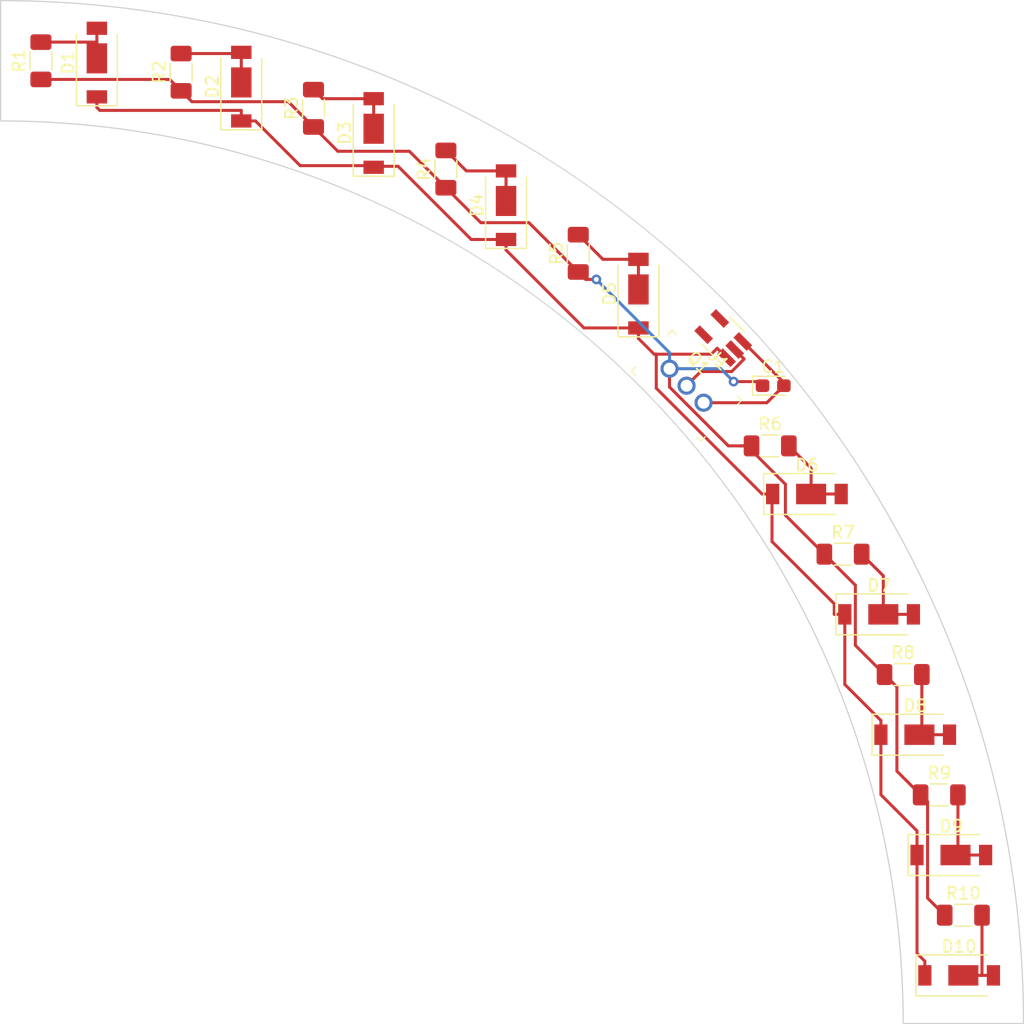
<source format=kicad_pcb>
(kicad_pcb (version 20221018) (generator pcbnew)
  (layers (0 "F.Cu" signal) (31 "B.Cu" signal) (34 "B.Paste" user) (35 "F.Paste" user) (36 "B.SilkS" user "B.Silkscreen") (37 "F.SilkS" user "F.Silkscreen") (38 "B.Mask" user) (39 "F.Mask" user) (44 "Edge.Cuts" user))
  (net 0 "")
  (net 1 "Net-(D1-K)")
  (net 2 "Net-(D1-A)")
  (net 3 "Net-(D2-A)")
  (net 4 "Net-(D3-A)")
  (net 5 "Net-(D4-A)")
  (net 6 "Net-(D5-A)")
  (net 7 "Net-(D6-A)")
  (net 8 "Net-(D7-A)")
  (net 9 "Net-(D8-A)")
  (net 10 "Net-(D9-A)")
  (net 11 "Net-(D10-A)")
  (net 12 "VCC")
  (net 13 "Net-(Q1-B)")
  (net 14 "GND")
  (footprint "Resistor_SMD:R_1206_3216Metric_Pad1.30x1.75mm_HandSolder" (layer "F.Cu") (at 115 45.95 90)
    (fp_text reference "R2" (at 0 -1.82 90) (layer "F.SilkS"))
    (fp_text value "R")
    (fp_line (start -0.727064 -0.91) (end 0.727064 -0.91) (stroke (width 0.12)) (layer "F.SilkS"))
    (fp_line (start -0.727064 0.91) (end 0.727064 0.91) (stroke (width 0.12)) (layer "F.SilkS"))
    (pad "1" smd roundrect (at -1.55 0 90) (size 1.3 1.75) (layers "F.Cu" "F.Paste" "F.Mask") (roundrect_rratio 0.192308) (net 12 "VCC"))
    (pad "2" smd roundrect (at 1.55 0 90) (size 1.3 1.75) (layers "F.Cu" "F.Paste" "F.Mask") (roundrect_rratio 0.192308) (net 3 "Net-(D2-A)"))
  )
  (footprint "Resistor_SMD:R_1206_3216Metric_Pad1.30x1.75mm_HandSolder" (layer "F.Cu") (at 175 96)
    (fp_text reference "R8" (at 0 -1.82) (layer "F.SilkS"))
    (fp_text value "R")
    (fp_line (start -0.727064 -0.91) (end 0.727064 -0.91) (stroke (width 0.12)) (layer "F.SilkS"))
    (fp_line (start -0.727064 0.91) (end 0.727064 0.91) (stroke (width 0.12)) (layer "F.SilkS"))
    (pad "1" smd roundrect (at -1.55 0) (size 1.3 1.75) (layers "F.Cu" "F.Paste" "F.Mask") (roundrect_rratio 0.192308) (net 12 "VCC"))
    (pad "2" smd roundrect (at 1.55 0) (size 1.3 1.75) (layers "F.Cu" "F.Paste" "F.Mask") (roundrect_rratio 0.192308) (net 9 "Net-(D8-A)"))
  )
  (footprint "SMD_LED:LED_Yuji_5730_proper" (layer "F.Cu") (at 167 81)
    (fp_text reference "D6" (at 0 -2.4) (layer "F.SilkS"))
    (fp_text value "LED")
    (fp_line (start -3.59 -1.7) (end 2.35 -1.7) (stroke (width 0.12)) (layer "F.SilkS"))
    (fp_line (start -3.59 1.7) (end -3.59 -1.7) (stroke (width 0.12)) (layer "F.SilkS"))
    (fp_line (start 2.35 1.7) (end -3.59 1.7) (stroke (width 0.12)) (layer "F.SilkS"))
    (pad "1" smd rect (at -2.85 0) (size 1.1 1.7) (layers "F.Cu" "F.Paste" "F.Mask") (net 1 "Net-(D1-K)"))
    (pad "2" smd rect (at 0.35 0) (size 2.5 1.7) (layers "F.Cu" "F.Paste" "F.Mask") (net 7 "Net-(D6-A)"))
    (pad "2" smd rect (at 2.85 0) (size 1.1 1.7) (layers "F.Cu" "F.Paste" "F.Mask") (net 7 "Net-(D6-A)"))
  )
  (footprint "SMD_LED:LED_Yuji_5730_proper" (layer "F.Cu") (at 142 57 90)
    (fp_text reference "D4" (at 0 -2.4 90) (layer "F.SilkS"))
    (fp_text value "LED")
    (fp_line (start -3.59 -1.7) (end 2.35 -1.7) (stroke (width 0.12)) (layer "F.SilkS"))
    (fp_line (start -3.59 1.7) (end -3.59 -1.7) (stroke (width 0.12)) (layer "F.SilkS"))
    (fp_line (start 2.35 1.7) (end -3.59 1.7) (stroke (width 0.12)) (layer "F.SilkS"))
    (pad "1" smd rect (at -2.85 0 90) (size 1.1 1.7) (layers "F.Cu" "F.Paste" "F.Mask") (net 1 "Net-(D1-K)"))
    (pad "2" smd rect (at 0.35 0 90) (size 2.5 1.7) (layers "F.Cu" "F.Paste" "F.Mask") (net 5 "Net-(D4-A)"))
    (pad "2" smd rect (at 2.85 0 90) (size 1.1 1.7) (layers "F.Cu" "F.Paste" "F.Mask") (net 5 "Net-(D4-A)"))
  )
  (footprint "SMD_LED:LED_Yuji_5730_proper" (layer "F.Cu") (at 131 51 90)
    (fp_text reference "D3" (at 0 -2.4 90) (layer "F.SilkS"))
    (fp_text value "LED")
    (fp_line (start -3.59 -1.7) (end 2.35 -1.7) (stroke (width 0.12)) (layer "F.SilkS"))
    (fp_line (start -3.59 1.7) (end -3.59 -1.7) (stroke (width 0.12)) (layer "F.SilkS"))
    (fp_line (start 2.35 1.7) (end -3.59 1.7) (stroke (width 0.12)) (layer "F.SilkS"))
    (pad "1" smd rect (at -2.85 0 90) (size 1.1 1.7) (layers "F.Cu" "F.Paste" "F.Mask") (net 1 "Net-(D1-K)"))
    (pad "2" smd rect (at 0.35 0 90) (size 2.5 1.7) (layers "F.Cu" "F.Paste" "F.Mask") (net 4 "Net-(D3-A)"))
    (pad "2" smd rect (at 2.85 0 90) (size 1.1 1.7) (layers "F.Cu" "F.Paste" "F.Mask") (net 4 "Net-(D3-A)"))
  )
  (footprint "SMD_LED:LED_Yuji_5730_proper" (layer "F.Cu") (at 176 101)
    (fp_text reference "D8" (at 0 -2.4) (layer "F.SilkS"))
    (fp_text value "LED")
    (fp_line (start -3.59 -1.7) (end 2.35 -1.7) (stroke (width 0.12)) (layer "F.SilkS"))
    (fp_line (start -3.59 1.7) (end -3.59 -1.7) (stroke (width 0.12)) (layer "F.SilkS"))
    (fp_line (start 2.35 1.7) (end -3.59 1.7) (stroke (width 0.12)) (layer "F.SilkS"))
    (pad "1" smd rect (at -2.85 0) (size 1.1 1.7) (layers "F.Cu" "F.Paste" "F.Mask") (net 1 "Net-(D1-K)"))
    (pad "2" smd rect (at 0.35 0) (size 2.5 1.7) (layers "F.Cu" "F.Paste" "F.Mask") (net 9 "Net-(D8-A)"))
    (pad "2" smd rect (at 2.85 0) (size 1.1 1.7) (layers "F.Cu" "F.Paste" "F.Mask") (net 9 "Net-(D8-A)"))
  )
  (footprint "Resistor_SMD:R_1206_3216Metric_Pad1.30x1.75mm_HandSolder" (layer "F.Cu") (at 180 116)
    (fp_text reference "R10" (at 0 -1.82) (layer "F.SilkS"))
    (fp_text value "R")
    (fp_line (start -0.727064 -0.91) (end 0.727064 -0.91) (stroke (width 0.12)) (layer "F.SilkS"))
    (fp_line (start -0.727064 0.91) (end 0.727064 0.91) (stroke (width 0.12)) (layer "F.SilkS"))
    (pad "1" smd roundrect (at -1.55 0) (size 1.3 1.75) (layers "F.Cu" "F.Paste" "F.Mask") (roundrect_rratio 0.192308) (net 12 "VCC"))
    (pad "2" smd roundrect (at 1.55 0) (size 1.3 1.75) (layers "F.Cu" "F.Paste" "F.Mask") (roundrect_rratio 0.192308) (net 11 "Net-(D10-A)"))
  )
  (footprint "digikey-footprints:PinHeader_1x3_P2mm_Drill1mm" (layer "F.Cu") (at 155.5858 70.5858 -45)
    (fp_text reference "J1" (at 2.4 -3.4 135) (layer "F.SilkS"))
    (fp_text value "B3B-PH-K-S_LF__SN_")
    (fp_line (start -2.1 -2.4) (end -2.1 -1.9) (stroke (width 0.1)) (layer "F.SilkS"))
    (fp_line (start -2.1 -2.4) (end -1.6 -2.4) (stroke (width 0.1)) (layer "F.SilkS"))
    (fp_line (start -2.1 2.4) (end -2.1 1.9) (stroke (width 0.1)) (layer "F.SilkS"))
    (fp_line (start -2.1 2.4) (end -1.6 2.4) (stroke (width 0.1)) (layer "F.SilkS"))
    (fp_line (start 6.1 -2.4) (end 5.6 -2.4) (stroke (width 0.1)) (layer "F.SilkS"))
    (fp_line (start 6.1 -2.4) (end 6.1 -1.9) (stroke (width 0.1)) (layer "F.SilkS"))
    (fp_line (start 6.1 2.4) (end 5.6 2.4) (stroke (width 0.1)) (layer "F.SilkS"))
    (fp_line (start 6.1 2.4) (end 6.1 1.9) (stroke (width 0.1)) (layer "F.SilkS"))
    (pad "1" thru_hole circle (at 0 0 315) (size 1.5 1.5) (drill 1) (layers "*.Cu" "*.Mask") (net 12 "VCC"))
    (pad "2" thru_hole circle (at 2 0 315) (size 1.5 1.5) (drill 1) (layers "*.Cu" "*.Mask") (net 13 "Net-(Q1-B)"))
    (pad "3" thru_hole circle (at 4 0 315) (size 1.5 1.5) (drill 1) (layers "*.Cu" "*.Mask") (net 14 "GND"))
  )
  (footprint "SMD_LED:LED_Yuji_5730_proper" (layer "F.Cu") (at 173 91)
    (fp_text reference "D7" (at 0 -2.4) (layer "F.SilkS"))
    (fp_text value "LED")
    (fp_line (start -3.59 -1.7) (end 2.35 -1.7) (stroke (width 0.12)) (layer "F.SilkS"))
    (fp_line (start -3.59 1.7) (end -3.59 -1.7) (stroke (width 0.12)) (layer "F.SilkS"))
    (fp_line (start 2.35 1.7) (end -3.59 1.7) (stroke (width 0.12)) (layer "F.SilkS"))
    (pad "1" smd rect (at -2.85 0) (size 1.1 1.7) (layers "F.Cu" "F.Paste" "F.Mask") (net 1 "Net-(D1-K)"))
    (pad "2" smd rect (at 0.35 0) (size 2.5 1.7) (layers "F.Cu" "F.Paste" "F.Mask") (net 8 "Net-(D7-A)"))
    (pad "2" smd rect (at 2.85 0) (size 1.1 1.7) (layers "F.Cu" "F.Paste" "F.Mask") (net 8 "Net-(D7-A)"))
  )
  (footprint "Resistor_SMD:R_1206_3216Metric_Pad1.30x1.75mm_HandSolder" (layer "F.Cu") (at 170 86)
    (fp_text reference "R7" (at 0 -1.82) (layer "F.SilkS"))
    (fp_text value "R")
    (fp_line (start -0.727064 -0.91) (end 0.727064 -0.91) (stroke (width 0.12)) (layer "F.SilkS"))
    (fp_line (start -0.727064 0.91) (end 0.727064 0.91) (stroke (width 0.12)) (layer "F.SilkS"))
    (pad "1" smd roundrect (at -1.55 0) (size 1.3 1.75) (layers "F.Cu" "F.Paste" "F.Mask") (roundrect_rratio 0.192308) (net 12 "VCC"))
    (pad "2" smd roundrect (at 1.55 0) (size 1.3 1.75) (layers "F.Cu" "F.Paste" "F.Mask") (roundrect_rratio 0.192308) (net 8 "Net-(D7-A)"))
  )
  (footprint "Package_TO_SOT_SMD:SOT-23-5_HandSoldering" (layer "F.Cu") (at 160.0454 68.0454 135)
    (fp_text reference "Q1" (at 0 -2.9 135) (layer "F.SilkS"))
    (fp_text value "NPN")
    (fp_line (start -0.9 1.61) (end 0.9 1.61) (stroke (width 0.12)) (layer "F.SilkS"))
    (fp_line (start 0.9 -1.61) (end -1.55 -1.61) (stroke (width 0.12)) (layer "F.SilkS"))
    (pad "1" smd rect (at -1.35 -0.95 135) (size 1.56 0.65) (layers "F.Cu" "F.Paste" "F.Mask") (net 1 "Net-(D1-K)"))
    (pad "2" smd rect (at -1.35 0 135) (size 1.56 0.65) (layers "F.Cu" "F.Paste" "F.Mask") (net 13 "Net-(Q1-B)"))
    (pad "3" smd rect (at -1.35 0.95 135) (size 1.56 0.65) (layers "F.Cu" "F.Paste" "F.Mask") (net 14 "GND"))
    (pad "4" smd rect (at 1.35 0.95 135) (size 1.56 0.65) (layers "F.Cu" "F.Paste" "F.Mask"))
    (pad "5" smd rect (at 1.35 -0.95 135) (size 1.56 0.65) (layers "F.Cu" "F.Paste" "F.Mask"))
  )
  (footprint "SMD_LED:LED_Yuji_5730_proper" (layer "F.Cu") (at 179 111)
    (fp_text reference "D9" (at 0 -2.4) (layer "F.SilkS"))
    (fp_text value "LED")
    (fp_line (start -3.59 -1.7) (end 2.35 -1.7) (stroke (width 0.12)) (layer "F.SilkS"))
    (fp_line (start -3.59 1.7) (end -3.59 -1.7) (stroke (width 0.12)) (layer "F.SilkS"))
    (fp_line (start 2.35 1.7) (end -3.59 1.7) (stroke (width 0.12)) (layer "F.SilkS"))
    (pad "1" smd rect (at -2.85 0) (size 1.1 1.7) (layers "F.Cu" "F.Paste" "F.Mask") (net 1 "Net-(D1-K)"))
    (pad "2" smd rect (at 0.35 0) (size 2.5 1.7) (layers "F.Cu" "F.Paste" "F.Mask") (net 10 "Net-(D9-A)"))
    (pad "2" smd rect (at 2.85 0) (size 1.1 1.7) (layers "F.Cu" "F.Paste" "F.Mask") (net 10 "Net-(D9-A)"))
  )
  (footprint "Resistor_SMD:R_1206_3216Metric_Pad1.30x1.75mm_HandSolder" (layer "F.Cu") (at 178 106)
    (fp_text reference "R9" (at 0 -1.82) (layer "F.SilkS"))
    (fp_text value "R")
    (fp_line (start -0.727064 -0.91) (end 0.727064 -0.91) (stroke (width 0.12)) (layer "F.SilkS"))
    (fp_line (start -0.727064 0.91) (end 0.727064 0.91) (stroke (width 0.12)) (layer "F.SilkS"))
    (pad "1" smd roundrect (at -1.55 0) (size 1.3 1.75) (layers "F.Cu" "F.Paste" "F.Mask") (roundrect_rratio 0.192308) (net 12 "VCC"))
    (pad "2" smd roundrect (at 1.55 0) (size 1.3 1.75) (layers "F.Cu" "F.Paste" "F.Mask") (roundrect_rratio 0.192308) (net 10 "Net-(D9-A)"))
  )
  (footprint "SMD_LED:LED_Yuji_5730_proper" (layer "F.Cu") (at 108 45.15 90)
    (fp_text reference "D1" (at 0 -2.4 90) (layer "F.SilkS"))
    (fp_text value "LED")
    (fp_line (start -3.59 -1.7) (end 2.35 -1.7) (stroke (width 0.12)) (layer "F.SilkS"))
    (fp_line (start -3.59 1.7) (end -3.59 -1.7) (stroke (width 0.12)) (layer "F.SilkS"))
    (fp_line (start 2.35 1.7) (end -3.59 1.7) (stroke (width 0.12)) (layer "F.SilkS"))
    (pad "1" smd rect (at -2.85 0 90) (size 1.1 1.7) (layers "F.Cu" "F.Paste" "F.Mask") (net 1 "Net-(D1-K)"))
    (pad "2" smd rect (at 0.35 0 90) (size 2.5 1.7) (layers "F.Cu" "F.Paste" "F.Mask") (net 2 "Net-(D1-A)"))
    (pad "2" smd rect (at 2.85 0 90) (size 1.1 1.7) (layers "F.Cu" "F.Paste" "F.Mask") (net 2 "Net-(D1-A)"))
  )
  (footprint "SMD_LED:LED_Yuji_5730_proper" (layer "F.Cu") (at 120 47.15 90)
    (fp_text reference "D2" (at 0 -2.4 90) (layer "F.SilkS"))
    (fp_text value "LED")
    (fp_line (start -3.59 -1.7) (end 2.35 -1.7) (stroke (width 0.12)) (layer "F.SilkS"))
    (fp_line (start -3.59 1.7) (end -3.59 -1.7) (stroke (width 0.12)) (layer "F.SilkS"))
    (fp_line (start 2.35 1.7) (end -3.59 1.7) (stroke (width 0.12)) (layer "F.SilkS"))
    (pad "1" smd rect (at -2.85 0 90) (size 1.1 1.7) (layers "F.Cu" "F.Paste" "F.Mask") (net 1 "Net-(D1-K)"))
    (pad "2" smd rect (at 0.35 0 90) (size 2.5 1.7) (layers "F.Cu" "F.Paste" "F.Mask") (net 3 "Net-(D2-A)"))
    (pad "2" smd rect (at 2.85 0 90) (size 1.1 1.7) (layers "F.Cu" "F.Paste" "F.Mask") (net 3 "Net-(D2-A)"))
  )
  (footprint "Resistor_SMD:R_1206_3216Metric_Pad1.30x1.75mm_HandSolder" (layer "F.Cu") (at 148 61 90)
    (fp_text reference "R5" (at 0 -1.82 90) (layer "F.SilkS"))
    (fp_text value "R")
    (fp_line (start -0.727064 -0.91) (end 0.727064 -0.91) (stroke (width 0.12)) (layer "F.SilkS"))
    (fp_line (start -0.727064 0.91) (end 0.727064 0.91) (stroke (width 0.12)) (layer "F.SilkS"))
    (pad "1" smd roundrect (at -1.55 0 90) (size 1.3 1.75) (layers "F.Cu" "F.Paste" "F.Mask") (roundrect_rratio 0.192308) (net 12 "VCC"))
    (pad "2" smd roundrect (at 1.55 0 90) (size 1.3 1.75) (layers "F.Cu" "F.Paste" "F.Mask") (roundrect_rratio 0.192308) (net 6 "Net-(D5-A)"))
  )
  (footprint "SMD_LED:LED_Yuji_5730_proper" (layer "F.Cu") (at 153 64.35 90)
    (fp_text reference "D5" (at 0 -2.4 90) (layer "F.SilkS"))
    (fp_text value "LED")
    (fp_line (start -3.59 -1.7) (end 2.35 -1.7) (stroke (width 0.12)) (layer "F.SilkS"))
    (fp_line (start -3.59 1.7) (end -3.59 -1.7) (stroke (width 0.12)) (layer "F.SilkS"))
    (fp_line (start 2.35 1.7) (end -3.59 1.7) (stroke (width 0.12)) (layer "F.SilkS"))
    (pad "1" smd rect (at -2.85 0 90) (size 1.1 1.7) (layers "F.Cu" "F.Paste" "F.Mask") (net 1 "Net-(D1-K)"))
    (pad "2" smd rect (at 0.35 0 90) (size 2.5 1.7) (layers "F.Cu" "F.Paste" "F.Mask") (net 6 "Net-(D5-A)"))
    (pad "2" smd rect (at 2.85 0 90) (size 1.1 1.7) (layers "F.Cu" "F.Paste" "F.Mask") (net 6 "Net-(D5-A)"))
  )
  (footprint "Resistor_SMD:R_1206_3216Metric_Pad1.30x1.75mm_HandSolder" (layer "F.Cu") (at 163.95 77)
    (fp_text reference "R6" (at 0 -1.82) (layer "F.SilkS"))
    (fp_text value "R")
    (fp_line (start -0.727064 -0.91) (end 0.727064 -0.91) (stroke (width 0.12)) (layer "F.SilkS"))
    (fp_line (start -0.727064 0.91) (end 0.727064 0.91) (stroke (width 0.12)) (layer "F.SilkS"))
    (pad "1" smd roundrect (at -1.55 0) (size 1.3 1.75) (layers "F.Cu" "F.Paste" "F.Mask") (roundrect_rratio 0.192308) (net 12 "VCC"))
    (pad "2" smd roundrect (at 1.55 0) (size 1.3 1.75) (layers "F.Cu" "F.Paste" "F.Mask") (roundrect_rratio 0.192308) (net 7 "Net-(D6-A)"))
  )
  (footprint "SMD_LED:LED_Yuji_5730_proper" (layer "F.Cu") (at 179.65 121)
    (fp_text reference "D10" (at 0 -2.4) (layer "F.SilkS"))
    (fp_text value "LED")
    (fp_line (start -3.59 -1.7) (end 2.35 -1.7) (stroke (width 0.12)) (layer "F.SilkS"))
    (fp_line (start -3.59 1.7) (end -3.59 -1.7) (stroke (width 0.12)) (layer "F.SilkS"))
    (fp_line (start 2.35 1.7) (end -3.59 1.7) (stroke (width 0.12)) (layer "F.SilkS"))
    (pad "1" smd rect (at -2.85 0) (size 1.1 1.7) (layers "F.Cu" "F.Paste" "F.Mask") (net 1 "Net-(D1-K)"))
    (pad "2" smd rect (at 0.35 0) (size 2.5 1.7) (layers "F.Cu" "F.Paste" "F.Mask") (net 11 "Net-(D10-A)"))
    (pad "2" smd rect (at 2.85 0) (size 1.1 1.7) (layers "F.Cu" "F.Paste" "F.Mask") (net 11 "Net-(D10-A)"))
  )
  (footprint "Resistor_SMD:R_1206_3216Metric_Pad1.30x1.75mm_HandSolder" (layer "F.Cu") (at 137 54 90)
    (fp_text reference "R4" (at 0 -1.82 90) (layer "F.SilkS"))
    (fp_text value "R")
    (fp_line (start -0.727064 -0.91) (end 0.727064 -0.91) (stroke (width 0.12)) (layer "F.SilkS"))
    (fp_line (start -0.727064 0.91) (end 0.727064 0.91) (stroke (width 0.12)) (layer "F.SilkS"))
    (pad "1" smd roundrect (at -1.55 0 90) (size 1.3 1.75) (layers "F.Cu" "F.Paste" "F.Mask") (roundrect_rratio 0.192308) (net 12 "VCC"))
    (pad "2" smd roundrect (at 1.55 0 90) (size 1.3 1.75) (layers "F.Cu" "F.Paste" "F.Mask") (roundrect_rratio 0.192308) (net 5 "Net-(D4-A)"))
  )
  (footprint "Resistor_SMD:R_1206_3216Metric_Pad1.30x1.75mm_HandSolder" (layer "F.Cu") (at 103.35 45 90)
    (fp_text reference "R1" (at 0 -1.82 90) (layer "F.SilkS"))
    (fp_text value "R")
    (fp_line (start -0.727064 -0.91) (end 0.727064 -0.91) (stroke (width 0.12)) (layer "F.SilkS"))
    (fp_line (start -0.727064 0.91) (end 0.727064 0.91) (stroke (width 0.12)) (layer "F.SilkS"))
    (pad "1" smd roundrect (at -1.55 0 90) (size 1.3 1.75) (layers "F.Cu" "F.Paste" "F.Mask") (roundrect_rratio 0.192308) (net 12 "VCC"))
    (pad "2" smd roundrect (at 1.55 0 90) (size 1.3 1.75) (layers "F.Cu" "F.Paste" "F.Mask") (roundrect_rratio 0.192308) (net 2 "Net-(D1-A)"))
  )
  (footprint "Capacitor_Tantalum_SMD:CP_EIA-2012-15_AVX-P" (layer "F.Cu") (at 164.2 72)
    (fp_text reference "C1" (at 0 -1.58) (layer "F.SilkS"))
    (fp_text value "C_Polarized")
    (fp_line (start -1.71 -0.785) (end -1.71 0.785) (stroke (width 0.12)) (layer "F.SilkS"))
    (fp_line (start -1.71 0.785) (end 1 0.785) (stroke (width 0.12)) (layer "F.SilkS"))
    (fp_line (start 1 -0.785) (end -1.71 -0.785) (stroke (width 0.12)) (layer "F.SilkS"))
    (pad "1" smd roundrect (at -0.8875 0) (size 1.125 1.05) (layers "F.Cu" "F.Paste" "F.Mask") (roundrect_rratio 0.238095) (net 12 "VCC"))
    (pad "2" smd roundrect (at 0.8875 0) (size 1.125 1.05) (layers "F.Cu" "F.Paste" "F.Mask") (roundrect_rratio 0.238095) (net 14 "GND"))
  )
  (footprint "Resistor_SMD:R_1206_3216Metric_Pad1.30x1.75mm_HandSolder" (layer "F.Cu") (at 126 48.95 90)
    (fp_text reference "R3" (at 0 -1.82 90) (layer "F.SilkS"))
    (fp_text value "R")
    (fp_line (start -0.727064 -0.91) (end 0.727064 -0.91) (stroke (width 0.12)) (layer "F.SilkS"))
    (fp_line (start -0.727064 0.91) (end 0.727064 0.91) (stroke (width 0.12)) (layer "F.SilkS"))
    (pad "1" smd roundrect (at -1.55 0 90) (size 1.3 1.75) (layers "F.Cu" "F.Paste" "F.Mask") (roundrect_rratio 0.192308) (net 12 "VCC"))
    (pad "2" smd roundrect (at 1.55 0 90) (size 1.3 1.75) (layers "F.Cu" "F.Paste" "F.Mask") (roundrect_rratio 0.192308) (net 4 "Net-(D3-A)"))
  )
  (gr_arc (start 100 50) (mid 153.033009 71.966991) (end 175 125) (stroke (width 0.1)) (layer "Edge.Cuts"))
  (gr_line (start 100 50) (end 100 40) (stroke (width 0.1)) (layer "Edge.Cuts"))
  (gr_line (start 175 125) (end 185 125) (stroke (width 0.1)) (layer "Edge.Cuts"))
  (gr_arc (start 100 40) (mid 160.104076 64.895924) (end 185 125) (stroke (width 0.1)) (layer "Edge.Cuts"))
  (segment (start 139.1066 59.85) (end 142 59.85) (width 0.25) (layer "F.Cu") (net 1))
  (segment (start 131 53.7129) (end 124.8898 53.7129) (width 0.25) (layer "F.Cu") (net 1))
  (segment (start 159.5456 68.889) (end 159.0513 69.3833) (width 0.25) (layer "F.Cu") (net 1))
  (segment (start 160.3282 69.6717) (end 159.5456 68.889) (width 0.25) (layer "F.Cu") (net 1))
  (segment (start 164.15 81) (end 164.1014 81) (width 0.25) (layer "F.Cu") (net 1))
  (segment (start 159.0513 69.3833) (end 154.485 69.3833) (width 0.25) (layer "F.Cu") (net 1))
  (segment (start 164.1014 81) (end 164.1014 84.9514) (width 0.25) (layer "F.Cu") (net 1))
  (segment (start 153 67.2) (end 153 68.0769) (width 0.25) (layer "F.Cu") (net 1))
  (segment (start 164.0131 81) (end 164.1014 81) (width 0.25) (layer "F.Cu") (net 1))
  (segment (start 131 53.7702) (end 131 53.7129) (width 0.25) (layer "F.Cu") (net 1))
  (segment (start 108.2462 49.1231) (end 108 48.8769) (width 0.25) (layer "F.Cu") (net 1))
  (segment (start 142 59.85) (end 142 60.7269) (width 0.25) (layer "F.Cu") (net 1))
  (segment (start 108 48) (end 108 48.8769) (width 0.25) (layer "F.Cu") (net 1))
  (segment (start 131 53.85) (end 131 53.7702) (width 0.25) (layer "F.Cu") (net 1))
  (segment (start 173.15 100.4115) (end 173.15 99.8231) (width 0.25) (layer "F.Cu") (net 1))
  (segment (start 173.15 100.4115) (end 173.15 101) (width 0.25) (layer "F.Cu") (net 1))
  (segment (start 154.485 69.3833) (end 154.3064 69.3833) (width 0.25) (layer "F.Cu") (net 1))
  (segment (start 142 60.7269) (end 148.4731 67.2) (width 0.25) (layer "F.Cu") (net 1))
  (segment (start 176.8 121) (end 176.8 119.8231) (width 0.25) (layer "F.Cu") (net 1))
  (segment (start 170.15 91) (end 169.2731 91) (width 0.25) (layer "F.Cu") (net 1))
  (segment (start 154.3064 69.3833) (end 153 68.0769) (width 0.25) (layer "F.Cu") (net 1))
  (segment (start 176.15 108.994) (end 176.15 111) (width 0.25) (layer "F.Cu") (net 1))
  (segment (start 131 53.7702) (end 133.0268 53.7702) (width 0.25) (layer "F.Cu") (net 1))
  (segment (start 173.15 105.994) (end 176.15 108.994) (width 0.25) (layer "F.Cu") (net 1))
  (segment (start 169.2731 90.1231) (end 169.2731 91) (width 0.25) (layer "F.Cu") (net 1))
  (segment (start 176.15 119.1731) (end 176.8 119.8231) (width 0.25) (layer "F.Cu") (net 1))
  (segment (start 133.0268 53.7702) (end 139.1066 59.85) (width 0.25) (layer "F.Cu") (net 1))
  (segment (start 170.15 96.8231) (end 173.15 99.8231) (width 0.25) (layer "F.Cu") (net 1))
  (segment (start 173.15 101) (end 173.15 105.994) (width 0.25) (layer "F.Cu") (net 1))
  (segment (start 124.8898 53.7129) (end 121.1769 50) (width 0.25) (layer "F.Cu") (net 1))
  (segment (start 154.485 72.2119) (end 163.2731 81) (width 0.25) (layer "F.Cu") (net 1))
  (segment (start 148.4731 67.2) (end 153 67.2) (width 0.25) (layer "F.Cu") (net 1))
  (segment (start 164.0131 81) (end 163.2731 81) (width 0.25) (layer "F.Cu") (net 1))
  (segment (start 120 50) (end 121.1769 50) (width 0.25) (layer "F.Cu") (net 1))
  (segment (start 120 50) (end 120 49.1231) (width 0.25) (layer "F.Cu") (net 1))
  (segment (start 154.485 69.3833) (end 154.485 72.2119) (width 0.25) (layer "F.Cu") (net 1))
  (segment (start 164.1014 84.9514) (end 169.2731 90.1231) (width 0.25) (layer "F.Cu") (net 1))
  (segment (start 120 49.1231) (end 108.2462 49.1231) (width 0.25) (layer "F.Cu") (net 1))
  (segment (start 170.15 91) (end 170.15 96.8231) (width 0.25) (layer "F.Cu") (net 1))
  (segment (start 176.15 111) (end 176.15 119.1731) (width 0.25) (layer "F.Cu") (net 1))
  (segment (start 108 43.45) (end 103.35 43.45) (width 0.25) (layer "F.Cu") (net 2))
  (segment (start 108 42.3) (end 108 43.45) (width 0.25) (layer "F.Cu") (net 2))
  (segment (start 108 43.45) (end 108 44.8) (width 0.25) (layer "F.Cu") (net 2))
  (segment (start 120 44.3) (end 120 44.4) (width 0.25) (layer "F.Cu") (net 3))
  (segment (start 120 44.4) (end 115 44.4) (width 0.25) (layer "F.Cu") (net 3))
  (segment (start 120 44.4) (end 120 46.8) (width 0.25) (layer "F.Cu") (net 3))
  (segment (start 131 48.15) (end 126.75 48.15) (width 0.25) (layer "F.Cu") (net 4))
  (segment (start 131 48.15) (end 131 50.65) (width 0.25) (layer "F.Cu") (net 4))
  (segment (start 126.75 48.15) (end 126 47.4) (width 0.25) (layer "F.Cu") (net 4))
  (segment (start 138.7 54.15) (end 137 52.45) (width 0.25) (layer "F.Cu") (net 5))
  (segment (start 142 54.15) (end 138.7 54.15) (width 0.25) (layer "F.Cu") (net 5))
  (segment (start 142 54.15) (end 142 56.65) (width 0.25) (layer "F.Cu") (net 5))
  (segment (start 150.05 61.5) (end 148 59.45) (width 0.25) (layer "F.Cu") (net 6))
  (segment (start 153 61.5) (end 150.05 61.5) (width 0.25) (layer "F.Cu") (net 6))
  (segment (start 153 64) (end 153 61.5) (width 0.25) (layer "F.Cu") (net 6))
  (segment (start 169.85 81) (end 167.35 81) (width 0.25) (layer "F.Cu") (net 7))
  (segment (start 167.35 81) (end 167.35 78.85) (width 0.25) (layer "F.Cu") (net 7))
  (segment (start 167.35 78.85) (end 165.5 77) (width 0.25) (layer "F.Cu") (net 7))
  (segment (start 173.35 91) (end 173.35 87.8) (width 0.25) (layer "F.Cu") (net 8))
  (segment (start 173.35 87.8) (end 171.55 86) (width 0.25) (layer "F.Cu") (net 8))
  (segment (start 175.85 91) (end 173.35 91) (width 0.25) (layer "F.Cu") (net 8))
  (segment (start 178.85 101) (end 176.55 101) (width 0.25) (layer "F.Cu") (net 9))
  (segment (start 176.55 101) (end 176.55 96) (width 0.25) (layer "F.Cu") (net 9))
  (segment (start 176.55 101) (end 176.35 101) (width 0.25) (layer "F.Cu") (net 9))
  (segment (start 179.55 111) (end 179.35 111) (width 0.25) (layer "F.Cu") (net 10))
  (segment (start 181.85 111) (end 179.55 111) (width 0.25) (layer "F.Cu") (net 10))
  (segment (start 179.55 111) (end 179.55 106) (width 0.25) (layer "F.Cu") (net 10))
  (segment (start 181.55 121) (end 181.55 116) (width 0.25) (layer "F.Cu") (net 11))
  (segment (start 182.5 121) (end 181.55 121) (width 0.25) (layer "F.Cu") (net 11))
  (segment (start 181.55 121) (end 180 121) (width 0.25) (layer "F.Cu") (net 11))
  (segment (start 162.0254 77) (end 161.4363 77) (width 0.25) (layer "F.Cu") (net 12))
  (segment (start 162.4 77) (end 161.4363 77) (width 0.25) (layer "F.Cu") (net 12))
  (segment (start 168.45 86) (end 165.2141 82.7641) (width 0.25) (layer "F.Cu") (net 12))
  (segment (start 174.4788 97.0288) (end 173.45 96) (width 0.25) (layer "F.Cu") (net 12))
  (segment (start 143.9022 58.4522) (end 139.9022 58.4522) (width 0.25) (layer "F.Cu") (net 12))
  (segment (start 148 62.55) (end 143.9022 58.4522) (width 0.25) (layer "F.Cu") (net 12))
  (segment (start 177.0269 106.5769) (end 177.0269 114.5769) (width 0.25) (layer "F.Cu") (net 12))
  (segment (start 155.5858 72.1132) (end 160.4726 77) (width 0.25) (layer "F.Cu") (net 12))
  (segment (start 139.9022 58.4522) (end 137 55.55) (width 0.25) (layer "F.Cu") (net 12))
  (segment (start 165.2141 82.7641) (end 165.2141 80.1887) (width 0.25) (layer "F.Cu") (net 12))
  (segment (start 103.35 46.55) (end 114.05 46.55) (width 0.25) (layer "F.Cu") (net 12))
  (segment (start 177.0269 114.5769) (end 178.45 116) (width 0.25) (layer "F.Cu") (net 12))
  (segment (start 162.9709 71.6584) (end 163.3125 72) (width 0.25) (layer "F.Cu") (net 12))
  (segment (start 137 55.55) (end 133.9712 52.5212) (width 0.25) (layer "F.Cu") (net 12))
  (segment (start 168.45 86) (end 171.0269 88.5769) (width 0.25) (layer "F.Cu") (net 12))
  (segment (start 123.8993 48.3993) (end 115.8993 48.3993) (width 0.25) (layer "F.Cu") (net 12))
  (segment (start 171.0269 88.5769) (end 171.0269 93.5769) (width 0.25) (layer "F.Cu") (net 12))
  (segment (start 171.0269 93.5769) (end 173.45 96) (width 0.25) (layer "F.Cu") (net 12))
  (segment (start 148.6181 63.1681) (end 148 62.55) (width 0.25) (layer "F.Cu") (net 12))
  (segment (start 165.2141 80.1887) (end 162.0254 77) (width 0.25) (layer "F.Cu") (net 12))
  (segment (start 176.45 106) (end 174.4788 104.0288) (width 0.25) (layer "F.Cu") (net 12))
  (segment (start 160.9092 71.6584) (end 162.9709 71.6584) (width 0.25) (layer "F.Cu") (net 12))
  (segment (start 149.5041 63.1681) (end 148.6181 63.1681) (width 0.25) (layer "F.Cu") (net 12))
  (segment (start 174.4788 104.0288) (end 174.4788 97.0288) (width 0.25) (layer "F.Cu") (net 12))
  (segment (start 126 50.5) (end 123.8993 48.3993) (width 0.25) (layer "F.Cu") (net 12))
  (segment (start 160.4726 77) (end 161.4363 77) (width 0.25) (layer "F.Cu") (net 12))
  (segment (start 128.0212 52.5212) (end 126 50.5) (width 0.25) (layer "F.Cu") (net 12))
  (segment (start 176.45 106) (end 177.0269 106.5769) (width 0.25) (layer "F.Cu") (net 12))
  (segment (start 114.05 46.55) (end 115 47.5) (width 0.25) (layer "F.Cu") (net 12))
  (segment (start 133.9712 52.5212) (end 128.0212 52.5212) (width 0.25) (layer "F.Cu") (net 12))
  (segment (start 155.5858 70.5858) (end 155.5858 72.1132) (width 0.25) (layer "F.Cu") (net 12))
  (segment (start 115.8993 48.3993) (end 115 47.5) (width 0.25) (layer "F.Cu") (net 12))
  (via (at 149.5041 63.1681) (size 0.8) (drill 0.4) (layers "F.Cu" "B.Cu") (net 12))
  (via (at 160.9092 71.6584) (size 0.8) (drill 0.4) (layers "F.Cu" "B.Cu") (net 12))
  (segment (start 155.5858 70.5858) (end 159.8366 70.5858) (width 0.25) (layer "B.Cu") (net 12))
  (segment (start 159.8366 70.5858) (end 160.9092 71.6584) (width 0.25) (layer "B.Cu") (net 12))
  (segment (start 155.5858 70.5858) (end 155.5858 69.2498) (width 0.25) (layer "B.Cu") (net 12))
  (segment (start 155.5858 69.2498) (end 149.5041 63.1681) (width 0.25) (layer "B.Cu") (net 12))
  (segment (start 161.4403 70.1347) (end 160.7497 70.8253) (width 0.25) (layer "F.Cu") (net 13))
  (segment (start 160.7497 70.8253) (end 158.1747 70.8253) (width 0.25) (layer "F.Cu") (net 13))
  (segment (start 161 69) (end 161.7827 69.7826) (width 0.25) (layer "F.Cu") (net 13))
  (segment (start 161.4403 70.125) (end 161.4403 70.1347) (width 0.25) (layer "F.Cu") (net 13))
  (segment (start 158.1747 70.8253) (end 157 72) (width 0.25) (layer "F.Cu") (net 13))
  (segment (start 161.7827 69.7826) (end 161.4403 70.125) (width 0.25) (layer "F.Cu") (net 13))
  (segment (start 161.6717 68.3282) (end 165.0875 71.744) (width 0.25) (layer "F.Cu") (net 14))
  (segment (start 163.6733 73.4142) (end 158.4142 73.4142) (width 0.25) (layer "F.Cu") (net 14))
  (segment (start 165.0875 72) (end 163.6733 73.4142) (width 0.25) (layer "F.Cu") (net 14))
  (segment (start 165.0875 71.744) (end 165.0875 72) (width 0.25) (layer "F.Cu") (net 14))
)
</source>
